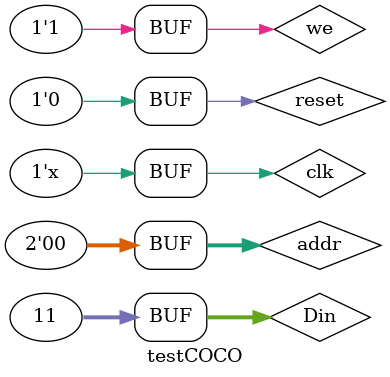
<source format=v>
`timescale 1ns / 1ps


module testCOCO;

	// Inputs
	reg clk;
	reg reset;
	reg [3:2] addr;
	reg [31:0] Din;
	reg we;

	// Outputs
	wire [31:0] Dout;
	wire IntReq;

	// Instantiate the Unit Under Test (UUT)
	timer uut (
		.clk(clk), 
		.reset(reset), 
		.addr(addr), 
		.Din(Din), 
		.we(we), 
		.Dout(Dout), 
		.IntReq(IntReq)
	);
	always #5 clk=~clk;
	initial begin
		// Initialize Inputs
		clk = 0;
		reset = 0;
		addr = 0;
		Din = 0;
		we = 0;
	#5;
	we=1;
	addr=2'b00;
	Din=32'b1000;
	#20;
	we=1;
	addr=2'b01;
	Din=15;
	#10;
	we=0;
	#500;
	we=1;
	addr=2'b00;
	Din=32'b1011;
		// Wait 100 ns for global reset to finish
		#100;
        
		// Add stimulus here

	end
      
endmodule


</source>
